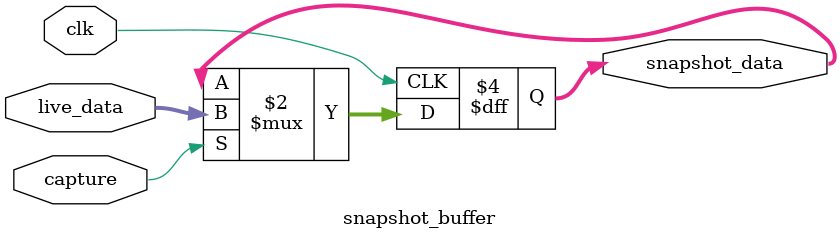
<source format=sv>
module snapshot_buffer (
    input wire clk,
    input wire [31:0] live_data,
    input wire capture,
    output reg [31:0] snapshot_data
);
    always @(posedge clk) begin
        if (capture)
            snapshot_data <= live_data;
    end
endmodule
</source>
